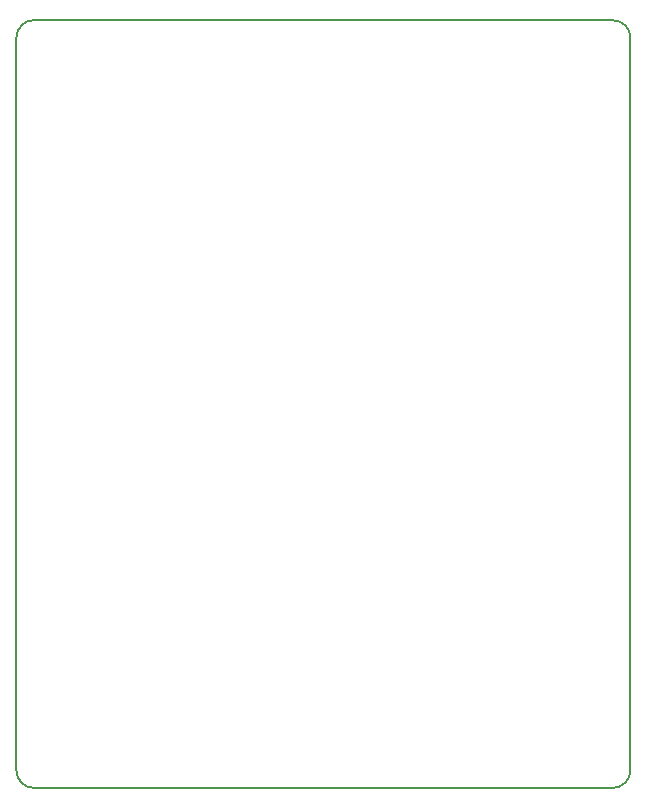
<source format=gbr>
G04 #@! TF.GenerationSoftware,KiCad,Pcbnew,(5.1.5-0-10_14)*
G04 #@! TF.CreationDate,2020-07-12T14:24:48+02:00*
G04 #@! TF.ProjectId,OpenC16Cart,4f70656e-4331-4364-9361-72742e6b6963,3*
G04 #@! TF.SameCoordinates,Original*
G04 #@! TF.FileFunction,Profile,NP*
%FSLAX46Y46*%
G04 Gerber Fmt 4.6, Leading zero omitted, Abs format (unit mm)*
G04 Created by KiCad (PCBNEW (5.1.5-0-10_14)) date 2020-07-12 14:24:48*
%MOMM*%
%LPD*%
G04 APERTURE LIST*
%ADD10C,0.150000*%
G04 APERTURE END LIST*
D10*
X173500000Y-65000000D02*
G75*
G03X172000000Y-63500000I-1500000J0D01*
G01*
X123000000Y-63500000D02*
G75*
G03X121500000Y-65000000I0J-1500000D01*
G01*
X172000000Y-128500000D02*
G75*
G03X173500000Y-127000000I0J1500000D01*
G01*
X121500000Y-127000000D02*
G75*
G03X123000000Y-128500000I1500000J0D01*
G01*
X121500000Y-65000000D02*
X121500000Y-127000000D01*
X172000000Y-63500000D02*
X123000000Y-63500000D01*
X173500000Y-127000000D02*
X173500000Y-65000000D01*
X123000000Y-128500000D02*
X172000000Y-128500000D01*
M02*

</source>
